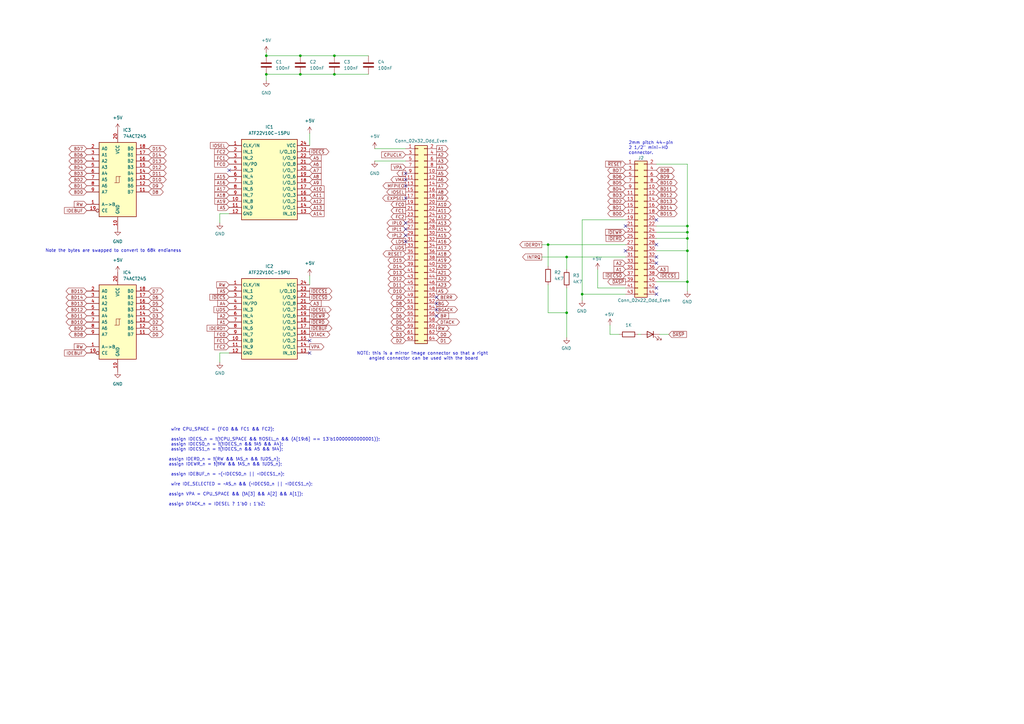
<source format=kicad_sch>
(kicad_sch (version 20231120) (generator "eeschema") (generator_version "8.0")
  (paper "A3")
  (title_block (title "Simple IDE") (date "2025-01-08") (company "Malcolm Harrow, MIT license, from work by Mark Murray"))
  (lib_symbols
    (symbol "74HC245_1" (pin_names (offset 1.016))
      (property "Reference" "U1" (at 2.1941 20.32 0))
      (property "Value" "74ACT245" (at 2.1941 17.78 0))
      (symbol "74HC245_1_1_0"
        (pin input line (at -12.7 -10.16 0) (length 5.08) (name "A->B") (number "1"))
        (pin power_in line (at 0 -20.32 90) (length 5.08) (name "GND") (number "10"))
        (pin tri_state line (at 12.7 -5.08 180) (length 5.08) (name "B7") (number "11"))
        (pin tri_state line (at 12.7 -2.54 180) (length 5.08) (name "B6") (number "12"))
        (pin tri_state line (at 12.7 0 180) (length 5.08) (name "B5") (number "13"))
        (pin tri_state line (at 12.7 2.54 180) (length 5.08) (name "B4") (number "14"))
        (pin tri_state line (at 12.7 5.08 180) (length 5.08) (name "B3") (number "15"))
        (pin tri_state line (at 12.7 7.62 180) (length 5.08) (name "B2") (number "16"))
        (pin tri_state line (at 12.7 10.16 180) (length 5.08) (name "B1") (number "17"))
        (pin tri_state line (at 12.7 12.7 180) (length 5.08) (name "B0") (number "18"))
        (pin input inverted (at -12.7 -12.7 0) (length 5.08) (name "CE") (number "19"))
        (pin tri_state line (at -12.7 12.7 0) (length 5.08) (name "A0") (number "2"))
        (pin power_in line (at 0 20.32 270) (length 5.08) (name "VCC") (number "20"))
        (pin tri_state line (at -12.7 10.16 0) (length 5.08) (name "A1") (number "3"))
        (pin tri_state line (at -12.7 7.62 0) (length 5.08) (name "A2") (number "4"))
        (pin tri_state line (at -12.7 5.08 0) (length 5.08) (name "A3") (number "5"))
        (pin tri_state line (at -12.7 2.54 0) (length 5.08) (name "A4") (number "6"))
        (pin tri_state line (at -12.7 0 0) (length 5.08) (name "A5") (number "7"))
        (pin tri_state line (at -12.7 -2.54 0) (length 5.08) (name "A6") (number "8"))
        (pin tri_state line (at -12.7 -5.08 0) (length 5.08) (name "A7") (number "9"))
      )
    )
    (symbol "74xx:74HC245" (pin_names (offset 1.016))
      (property "Reference" "U" (at -7.62 16.51 0))
      (property "Value" "74HC245" (at -7.62 -16.51 0))
      (symbol "74HC245_1_0"
        (pin input line (at -12.7 -10.16 0) (length 5.08) (name "A->B") (number "1"))
        (pin power_in line (at 0 -20.32 90) (length 5.08) (name "GND") (number "10"))
        (pin tri_state line (at 12.7 -5.08 180) (length 5.08) (name "B7") (number "11"))
        (pin tri_state line (at 12.7 -2.54 180) (length 5.08) (name "B6") (number "12"))
        (pin tri_state line (at 12.7 0 180) (length 5.08) (name "B5") (number "13"))
        (pin tri_state line (at 12.7 2.54 180) (length 5.08) (name "B4") (number "14"))
        (pin tri_state line (at 12.7 5.08 180) (length 5.08) (name "B3") (number "15"))
        (pin tri_state line (at 12.7 7.62 180) (length 5.08) (name "B2") (number "16"))
        (pin tri_state line (at 12.7 10.16 180) (length 5.08) (name "B1") (number "17"))
        (pin tri_state line (at 12.7 12.7 180) (length 5.08) (name "B0") (number "18"))
        (pin input inverted (at -12.7 -12.7 0) (length 5.08) (name "CE") (number "19"))
        (pin tri_state line (at -12.7 12.7 0) (length 5.08) (name "A0") (number "2"))
        (pin power_in line (at 0 20.32 270) (length 5.08) (name "VCC") (number "20"))
        (pin tri_state line (at -12.7 10.16 0) (length 5.08) (name "A1") (number "3"))
        (pin tri_state line (at -12.7 7.62 0) (length 5.08) (name "A2") (number "4"))
        (pin tri_state line (at -12.7 5.08 0) (length 5.08) (name "A3") (number "5"))
        (pin tri_state line (at -12.7 2.54 0) (length 5.08) (name "A4") (number "6"))
        (pin tri_state line (at -12.7 0 0) (length 5.08) (name "A5") (number "7"))
        (pin tri_state line (at -12.7 -2.54 0) (length 5.08) (name "A6") (number "8"))
        (pin tri_state line (at -12.7 -5.08 0) (length 5.08) (name "A7") (number "9"))
      )
    )
    (symbol "ATF22V10:ATF22V10C-15PU"
      (property "Reference" "IC" (at 29.21 7.62 0))
      (property "Value" "ATF22V10C-15PU" (at 29.21 5.08 0))
      (symbol "ATF22V10C-15PU_1_1"
        (pin passive line (at 0 0 0) (length 5.08) (name "CLK/IN") (number "1"))
        (pin passive line (at 0 -22.86 0) (length 5.08) (name "IN_8") (number "10"))
        (pin passive line (at 0 -25.4 0) (length 5.08) (name "IN_9") (number "11"))
        (pin passive line (at 0 -27.94 0) (length 5.08) (name "GND") (number "12"))
        (pin passive line (at 33.02 -27.94 180) (length 5.08) (name "IN_10") (number "13"))
        (pin passive line (at 33.02 -25.4 180) (length 5.08) (name "I/O_1") (number "14"))
        (pin passive line (at 33.02 -22.86 180) (length 5.08) (name "I/O_2") (number "15"))
        (pin passive line (at 33.02 -20.32 180) (length 5.08) (name "I/O_3") (number "16"))
        (pin passive line (at 33.02 -17.78 180) (length 5.08) (name "I/O_4") (number "17"))
        (pin passive line (at 33.02 -15.24 180) (length 5.08) (name "I/O_5") (number "18"))
        (pin passive line (at 33.02 -12.7 180) (length 5.08) (name "I/O_6") (number "19"))
        (pin passive line (at 0 -2.54 0) (length 5.08) (name "IN_1") (number "2"))
        (pin passive line (at 33.02 -10.16 180) (length 5.08) (name "I/O_7") (number "20"))
        (pin passive line (at 33.02 -7.62 180) (length 5.08) (name "I/O_8") (number "21"))
        (pin passive line (at 33.02 -5.08 180) (length 5.08) (name "I/O_9") (number "22"))
        (pin passive line (at 33.02 -2.54 180) (length 5.08) (name "I/O_10") (number "23"))
        (pin passive line (at 33.02 0 180) (length 5.08) (name "VCC") (number "24"))
        (pin passive line (at 0 -5.08 0) (length 5.08) (name "IN_2") (number "3"))
        (pin passive line (at 0 -7.62 0) (length 5.08) (name "IN/PD") (number "4"))
        (pin passive line (at 0 -10.16 0) (length 5.08) (name "IN_3") (number "5"))
        (pin passive line (at 0 -12.7 0) (length 5.08) (name "IN_4") (number "6"))
        (pin passive line (at 0 -15.24 0) (length 5.08) (name "IN_5") (number "7"))
        (pin passive line (at 0 -17.78 0) (length 5.08) (name "IN_6") (number "8"))
        (pin passive line (at 0 -20.32 0) (length 5.08) (name "IN_7") (number "9"))
      )
    )
    (symbol "Connector_Generic:Conn_02x22_Odd_Even" (pin_names (offset 1.016) hide)
      (property "Reference" "J" (at 1.27 27.94 0))
      (property "Value" "Conn_02x22_Odd_Even" (at 1.27 -30.48 0))
      (symbol "Conn_02x22_Odd_Even_1_1"
        (pin passive line (at -5.08 25.4 0) (length 3.81) (name "Pin_1") (number "1"))
        (pin passive line (at 7.62 15.24 180) (length 3.81) (name "Pin_10") (number "10"))
        (pin passive line (at -5.08 12.7 0) (length 3.81) (name "Pin_11") (number "11"))
        (pin passive line (at 7.62 12.7 180) (length 3.81) (name "Pin_12") (number "12"))
        (pin passive line (at -5.08 10.16 0) (length 3.81) (name "Pin_13") (number "13"))
        (pin passive line (at 7.62 10.16 180) (length 3.81) (name "Pin_14") (number "14"))
        (pin passive line (at -5.08 7.62 0) (length 3.81) (name "Pin_15") (number "15"))
        (pin passive line (at 7.62 7.62 180) (length 3.81) (name "Pin_16") (number "16"))
        (pin passive line (at -5.08 5.08 0) (length 3.81) (name "Pin_17") (number "17"))
        (pin passive line (at 7.62 5.08 180) (length 3.81) (name "Pin_18") (number "18"))
        (pin passive line (at -5.08 2.54 0) (length 3.81) (name "Pin_19") (number "19"))
        (pin passive line (at 7.62 25.4 180) (length 3.81) (name "Pin_2") (number "2"))
        (pin passive line (at 7.62 2.54 180) (length 3.81) (name "Pin_20") (number "20"))
        (pin passive line (at -5.08 0 0) (length 3.81) (name "Pin_21") (number "21"))
        (pin passive line (at 7.62 0 180) (length 3.81) (name "Pin_22") (number "22"))
        (pin passive line (at -5.08 -2.54 0) (length 3.81) (name "Pin_23") (number "23"))
        (pin passive line (at 7.62 -2.54 180) (length 3.81) (name "Pin_24") (number "24"))
        (pin passive line (at -5.08 -5.08 0) (length 3.81) (name "Pin_25") (number "25"))
        (pin passive line (at 7.62 -5.08 180) (length 3.81) (name "Pin_26") (number "26"))
        (pin passive line (at -5.08 -7.62 0) (length 3.81) (name "Pin_27") (number "27"))
        (pin passive line (at 7.62 -7.62 180) (length 3.81) (name "Pin_28") (number "28"))
        (pin passive line (at -5.08 -10.16 0) (length 3.81) (name "Pin_29") (number "29"))
        (pin passive line (at -5.08 22.86 0) (length 3.81) (name "Pin_3") (number "3"))
        (pin passive line (at 7.62 -10.16 180) (length 3.81) (name "Pin_30") (number "30"))
        (pin passive line (at -5.08 -12.7 0) (length 3.81) (name "Pin_31") (number "31"))
        (pin passive line (at 7.62 -12.7 180) (length 3.81) (name "Pin_32") (number "32"))
        (pin passive line (at -5.08 -15.24 0) (length 3.81) (name "Pin_33") (number "33"))
        (pin passive line (at 7.62 -15.24 180) (length 3.81) (name "Pin_34") (number "34"))
        (pin passive line (at -5.08 -17.78 0) (length 3.81) (name "Pin_35") (number "35"))
        (pin passive line (at 7.62 -17.78 180) (length 3.81) (name "Pin_36") (number "36"))
        (pin passive line (at -5.08 -20.32 0) (length 3.81) (name "Pin_37") (number "37"))
        (pin passive line (at 7.62 -20.32 180) (length 3.81) (name "Pin_38") (number "38"))
        (pin passive line (at -5.08 -22.86 0) (length 3.81) (name "Pin_39") (number "39"))
        (pin passive line (at 7.62 22.86 180) (length 3.81) (name "Pin_4") (number "4"))
        (pin passive line (at 7.62 -22.86 180) (length 3.81) (name "Pin_40") (number "40"))
        (pin passive line (at -5.08 -25.4 0) (length 3.81) (name "Pin_41") (number "41"))
        (pin passive line (at 7.62 -25.4 180) (length 3.81) (name "Pin_42") (number "42"))
        (pin passive line (at -5.08 -27.94 0) (length 3.81) (name "Pin_43") (number "43"))
        (pin passive line (at 7.62 -27.94 180) (length 3.81) (name "Pin_44") (number "44"))
        (pin passive line (at -5.08 20.32 0) (length 3.81) (name "Pin_5") (number "5"))
        (pin passive line (at 7.62 20.32 180) (length 3.81) (name "Pin_6") (number "6"))
        (pin passive line (at -5.08 17.78 0) (length 3.81) (name "Pin_7") (number "7"))
        (pin passive line (at 7.62 17.78 180) (length 3.81) (name "Pin_8") (number "8"))
        (pin passive line (at -5.08 15.24 0) (length 3.81) (name "Pin_9") (number "9"))
      )
    )
    (symbol "Connector_Generic:Conn_02x32_Odd_Even" (pin_names (offset 1.016) hide)
      (property "Reference" "J" (at 1.27 40.64 0))
      (property "Value" "Conn_02x32_Odd_Even" (at 1.27 -43.18 0))
      (symbol "Conn_02x32_Odd_Even_1_1"
        (pin passive line (at -5.08 38.1 0) (length 3.81) (name "Pin_1") (number "1"))
        (pin passive line (at 7.62 27.94 180) (length 3.81) (name "Pin_10") (number "10"))
        (pin passive line (at -5.08 25.4 0) (length 3.81) (name "Pin_11") (number "11"))
        (pin passive line (at 7.62 25.4 180) (length 3.81) (name "Pin_12") (number "12"))
        (pin passive line (at -5.08 22.86 0) (length 3.81) (name "Pin_13") (number "13"))
        (pin passive line (at 7.62 22.86 180) (length 3.81) (name "Pin_14") (number "14"))
        (pin passive line (at -5.08 20.32 0) (length 3.81) (name "Pin_15") (number "15"))
        (pin passive line (at 7.62 20.32 180) (length 3.81) (name "Pin_16") (number "16"))
        (pin passive line (at -5.08 17.78 0) (length 3.81) (name "Pin_17") (number "17"))
        (pin passive line (at 7.62 17.78 180) (length 3.81) (name "Pin_18") (number "18"))
        (pin passive line (at -5.08 15.24 0) (length 3.81) (name "Pin_19") (number "19"))
        (pin passive line (at 7.62 38.1 180) (length 3.81) (name "Pin_2") (number "2"))
        (pin passive line (at 7.62 15.24 180) (length 3.81) (name "Pin_20") (number "20"))
        (pin passive line (at -5.08 12.7 0) (length 3.81) (name "Pin_21") (number "21"))
        (pin passive line (at 7.62 12.7 180) (length 3.81) (name "Pin_22") (number "22"))
        (pin passive line (at -5.08 10.16 0) (length 3.81) (name "Pin_23") (number "23"))
        (pin passive line (at 7.62 10.16 180) (length 3.81) (name "Pin_24") (number "24"))
        (pin passive line (at -5.08 7.62 0) (length 3.81) (name "Pin_25") (number "25"))
        (pin passive line (at 7.62 7.62 180) (length 3.81) (name "Pin_26") (number "26"))
        (pin passive line (at -5.08 5.08 0) (length 3.81) (name "Pin_27") (number "27"))
        (pin passive line (at 7.62 5.08 180) (length 3.81) (name "Pin_28") (number "28"))
        (pin passive line (at -5.08 2.54 0) (length 3.81) (name "Pin_29") (number "29"))
        (pin passive line (at -5.08 35.56 0) (length 3.81) (name "Pin_3") (number "3"))
        (pin passive line (at 7.62 2.54 180) (length 3.81) (name "Pin_30") (number "30"))
        (pin passive line (at -5.08 0 0) (length 3.81) (name "Pin_31") (number "31"))
        (pin passive line (at 7.62 0 180) (length 3.81) (name "Pin_32") (number "32"))
        (pin passive line (at -5.08 -2.54 0) (length 3.81) (name "Pin_33") (number "33"))
        (pin passive line (at 7.62 -2.54 180) (length 3.81) (name "Pin_34") (number "34"))
        (pin passive line (at -5.08 -5.08 0) (length 3.81) (name "Pin_35") (number "35"))
        (pin passive line (at 7.62 -5.08 180) (length 3.81) (name "Pin_36") (number "36"))
        (pin passive line (at -5.08 -7.62 0) (length 3.81) (name "Pin_37") (number "37"))
        (pin passive line (at 7.62 -7.62 180) (length 3.81) (name "Pin_38") (number "38"))
        (pin passive line (at -5.08 -10.16 0) (length 3.81) (name "Pin_39") (number "39"))
        (pin passive line (at 7.62 35.56 180) (length 3.81) (name "Pin_4") (number "4"))
        (pin passive line (at 7.62 -10.16 180) (length 3.81) (name "Pin_40") (number "40"))
        (pin passive line (at -5.08 -12.7 0) (length 3.81) (name "Pin_41") (number "41"))
        (pin passive line (at 7.62 -12.7 180) (length 3.81) (name "Pin_42") (number "42"))
        (pin passive line (at -5.08 -15.24 0) (length 3.81) (name "Pin_43") (number "43"))
        (pin passive line (at 7.62 -15.24 180) (length 3.81) (name "Pin_44") (number "44"))
        (pin passive line (at -5.08 -17.78 0) (length 3.81) (name "Pin_45") (number "45"))
        (pin passive line (at 7.62 -17.78 180) (length 3.81) (name "Pin_46") (number "46"))
        (pin passive line (at -5.08 -20.32 0) (length 3.81) (name "Pin_47") (number "47"))
        (pin passive line (at 7.62 -20.32 180) (length 3.81) (name "Pin_48") (number "48"))
        (pin passive line (at -5.08 -22.86 0) (length 3.81) (name "Pin_49") (number "49"))
        (pin passive line (at -5.08 33.02 0) (length 3.81) (name "Pin_5") (number "5"))
        (pin passive line (at 7.62 -22.86 180) (length 3.81) (name "Pin_50") (number "50"))
        (pin passive line (at -5.08 -25.4 0) (length 3.81) (name "Pin_51") (number "51"))
        (pin passive line (at 7.62 -25.4 180) (length 3.81) (name "Pin_52") (number "52"))
        (pin passive line (at -5.08 -27.94 0) (length 3.81) (name "Pin_53") (number "53"))
        (pin passive line (at 7.62 -27.94 180) (length 3.81) (name "Pin_54") (number "54"))
        (pin passive line (at -5.08 -30.48 0) (length 3.81) (name "Pin_55") (number "55"))
        (pin passive line (at 7.62 -30.48 180) (length 3.81) (name "Pin_56") (number "56"))
        (pin passive line (at -5.08 -33.02 0) (length 3.81) (name "Pin_57") (number "57"))
        (pin passive line (at 7.62 -33.02 180) (length 3.81) (name "Pin_58") (number "58"))
        (pin passive line (at -5.08 -35.56 0) (length 3.81) (name "Pin_59") (number "59"))
        (pin passive line (at 7.62 33.02 180) (length 3.81) (name "Pin_6") (number "6"))
        (pin passive line (at 7.62 -35.56 180) (length 3.81) (name "Pin_60") (number "60"))
        (pin passive line (at -5.08 -38.1 0) (length 3.81) (name "Pin_61") (number "61"))
        (pin passive line (at 7.62 -38.1 180) (length 3.81) (name "Pin_62") (number "62"))
        (pin passive line (at -5.08 -40.64 0) (length 3.81) (name "Pin_63") (number "63"))
        (pin passive line (at 7.62 -40.64 180) (length 3.81) (name "Pin_64") (number "64"))
        (pin passive line (at -5.08 30.48 0) (length 3.81) (name "Pin_7") (number "7"))
        (pin passive line (at 7.62 30.48 180) (length 3.81) (name "Pin_8") (number "8"))
        (pin passive line (at -5.08 27.94 0) (length 3.81) (name "Pin_9") (number "9"))
      )
    )
    (symbol "Device:C" (pin_numbers hide) (pin_names (offset 0.254))
      (property "Reference" "C" (at 0.635 2.54 0))
      (property "Value" "C" (at 0.635 -2.54 0))
      (symbol "C_1_1"
        (pin passive line (at 0 3.81 270) (length 2.794) (name "~") (number "1"))
        (pin passive line (at 0 -3.81 90) (length 2.794) (name "~") (number "2"))
      )
    )
    (symbol "Device:LED" (pin_numbers hide) (pin_names (offset 1.016) hide)
      (property "Reference" "D" (at 0 2.54 0))
      (property "Value" "LED" (at 0 -2.54 0))
      (symbol "LED_1_1"
        (pin passive line (at -3.81 0 0) (length 2.54) (name "K") (number "1"))
        (pin passive line (at 3.81 0 180) (length 2.54) (name "A") (number "2"))
      )
    )
    (symbol "Device:R" (pin_numbers hide) (pin_names (offset 0))
      (property "Reference" "R" (at 2.032 0 90))
      (property "Value" "R" (at 0 0 90))
      (symbol "R_1_1"
        (pin passive line (at 0 3.81 270) (length 1.27) (name "~") (number "1"))
        (pin passive line (at 0 -3.81 90) (length 1.27) (name "~") (number "2"))
      )
    )
    (symbol "GND_4" (power) (pin_numbers hide) (pin_names (offset 0) hide)
      (property "Value" "GND" (at 0 -3.81 0))
      (symbol "GND_4_1_1"
        (pin power_in line (at 0 0 270) (length 0) (name "~") (number "1"))
      )
    )
    (symbol "ata-ide-rescue:+5V-power" (power) (pin_names (offset 0))
      (property "Value" "power_+5V" (at 0 3.556 0))
      (symbol "+5V-power_1_1"
        (pin power_in line (at 0 0 90) (length 0) hide (name "+5V") (number "1"))
      )
    )
    (symbol "ata-ide-rescue:GND-power" (power) (pin_names (offset 0))
      (property "Value" "power_GND" (at 0 -3.81 0))
      (symbol "GND-power_1_1"
        (pin power_in line (at 0 0 270) (length 0) hide (name "GND") (number "1"))
      )
    )
    (symbol "power:+5V" (power) (pin_numbers hide) (pin_names (offset 0) hide)
      (property "Value" "+5V" (at 0 3.556 0))
      (symbol "+5V_1_1"
        (pin power_in line (at 0 0 90) (length 0) (name "~") (number "1"))
      )
    )
    (symbol "power:GND" (power) (pin_numbers hide) (pin_names (offset 0) hide)
      (property "Value" "GND" (at 0 -3.81 0))
      (symbol "GND_1_1"
        (pin power_in line (at 0 0 270) (length 0) (name "~") (number "1"))
      )
    )
  )
  (junction (at 232.41 105.41))
  (junction (at 123.19 30.48))
  (junction (at 281.94 102.87))
  (junction (at 109.22 30.48))
  (junction (at 123.19 22.86))
  (junction (at 232.41 128.27))
  (junction (at 224.79 100.33))
  (junction (at 109.22 22.86))
  (junction (at 137.16 30.48))
  (junction (at 281.94 115.57))
  (junction (at 281.94 97.79))
  (junction (at 281.94 92.71))
  (junction (at 137.16 22.86))
  (junction (at 238.76 120.65))
  (junction (at 281.94 95.25))
  (no_connect (at 166.37 93.98))
  (no_connect (at 269.24 120.65))
  (no_connect (at 269.24 105.41))
  (no_connect (at 166.37 71.12))
  (no_connect (at 166.37 91.44))
  (no_connect (at 179.07 127))
  (no_connect (at 93.98 69.85))
  (no_connect (at 269.24 118.11))
  (no_connect (at 256.54 92.71))
  (no_connect (at 166.37 99.06))
  (no_connect (at 166.37 96.52))
  (no_connect (at 127 144.78))
  (no_connect (at 166.37 81.28))
  (no_connect (at 269.24 107.95))
  (no_connect (at 256.54 102.87))
  (no_connect (at 179.07 121.92))
  (no_connect (at 166.37 76.2))
  (no_connect (at 166.37 73.66))
  (no_connect (at 179.07 129.54))
  (no_connect (at 127 139.7))
  (no_connect (at 269.24 100.33))
  (no_connect (at 269.24 90.17))
  (no_connect (at 179.07 124.46))
  (wire (pts (xy 90.17 87.63) (xy 93.98 87.63)))
  (wire (pts (xy 262.89 137.16) (xy 261.62 137.16)))
  (wire (pts (xy 269.24 95.25) (xy 281.94 95.25)))
  (wire (pts (xy 90.17 144.78) (xy 93.98 144.78)))
  (wire (pts (xy 137.16 30.48) (xy 151.13 30.48)))
  (wire (pts (xy 281.94 97.79) (xy 281.94 102.87)))
  (wire (pts (xy 281.94 92.71) (xy 281.94 67.31)))
  (wire (pts (xy 238.76 120.65) (xy 238.76 123.19)))
  (wire (pts (xy 281.94 115.57) (xy 281.94 119.38)))
  (wire (pts (xy 269.24 97.79) (xy 281.94 97.79)))
  (wire (pts (xy 269.24 92.71) (xy 281.94 92.71)))
  (wire (pts (xy 109.22 21.59) (xy 109.22 22.86)))
  (wire (pts (xy 123.19 22.86) (xy 137.16 22.86)))
  (wire (pts (xy 256.54 120.65) (xy 238.76 120.65)))
  (wire (pts (xy 245.11 110.49) (xy 245.11 118.11)))
  (wire (pts (xy 281.94 95.25) (xy 281.94 92.71)))
  (wire (pts (xy 232.41 105.41) (xy 232.41 110.49)))
  (wire (pts (xy 269.24 102.87) (xy 281.94 102.87)))
  (wire (pts (xy 127 113.03) (xy 127 116.84)))
  (wire (pts (xy 137.16 22.86) (xy 151.13 22.86)))
  (wire (pts (xy 269.24 115.57) (xy 281.94 115.57)))
  (wire (pts (xy 224.79 128.27) (xy 232.41 128.27)))
  (wire (pts (xy 245.11 118.11) (xy 256.54 118.11)))
  (wire (pts (xy 109.22 22.86) (xy 123.19 22.86)))
  (wire (pts (xy 250.19 133.35) (xy 250.19 137.16)))
  (wire (pts (xy 90.17 144.78) (xy 90.17 148.59)))
  (wire (pts (xy 250.19 137.16) (xy 254 137.16)))
  (wire (pts (xy 232.41 128.27) (xy 232.41 138.43)))
  (wire (pts (xy 270.51 137.16) (xy 274.32 137.16)))
  (wire (pts (xy 281.94 67.31) (xy 269.24 67.31)))
  (wire (pts (xy 109.22 30.48) (xy 109.22 33.02)))
  (wire (pts (xy 281.94 115.57) (xy 281.94 102.87)))
  (wire (pts (xy 281.94 97.79) (xy 281.94 95.25)))
  (wire (pts (xy 232.41 105.41) (xy 256.54 105.41)))
  (wire (pts (xy 232.41 118.11) (xy 232.41 128.27)))
  (wire (pts (xy 256.54 90.17) (xy 238.76 90.17)))
  (wire (pts (xy 166.37 66.04) (xy 153.67 66.04)))
  (wire (pts (xy 224.79 100.33) (xy 256.54 100.33)))
  (wire (pts (xy 90.17 87.63) (xy 90.17 91.44)))
  (wire (pts (xy 166.37 60.96) (xy 153.67 60.96)))
  (wire (pts (xy 224.79 116.84) (xy 224.79 128.27)))
  (wire (pts (xy 224.79 100.33) (xy 224.79 109.22)))
  (wire (pts (xy 238.76 90.17) (xy 238.76 120.65)))
  (wire (pts (xy 222.25 100.33) (xy 224.79 100.33)))
  (wire (pts (xy 222.25 105.41) (xy 232.41 105.41)))
  (wire (pts (xy 127 54.61) (xy 127 59.69)))
  (wire (pts (xy 123.19 30.48) (xy 137.16 30.48)))
  (wire (pts (xy 109.22 30.48) (xy 123.19 30.48)))
  (text "2mm pitch 44-pin\n2 1/2\" mini-HD\nconnector." (at 257.81 63.5 0) (effects (font (size 1.27 1.27)) (justify left bottom)))
  (text "NOTE: this is a mirror image connector so that a right \nangled connector can be used with the board" (at 173.736 146.05 0) (effects (font (size 1.27 1.27))))
  (text " 	wire CPU_SPACE = (FC0 && FC1 && FC2);\n    \n	assign IDECS_n = !(!CPU_SPACE && !IOSEL_n && (A[19:6] == 13'b10000000000001));\n	assign IDECS0_n = !(!IDECS_n && !A5 && A4);\n	assign IDECS1_n = !(!IDECS_n && A5 && !A4);\n \n    assign IDERD_n = !(RW && !AS_n && !UDS_n);\n    assign IDEWR_n = !(!RW && !AS_n && !UDS_n);\n    \n	assign IDEBUF_n = ~(~IDECS0_n || ~IDECS1_n);\n\n	wire IDE_SELECTED = ~AS_n && (~IDECS0_n || ~IDECS1_n);\n\n    assign VPA = CPU_SPACE && (!A[3] && A[2] && A[1]);\n\n    assign DTACK_n = IDESEL ? 1'b0 : 1'bZ;  " (at 65.278 191.516 0) (effects (font (size 1.27 1.27)) (justify left)))
  (text "Note the bytes are swapped to convert to 68k endianess" (at 46.482 102.87 0) (effects (font (size 1.27 1.27))))
  (global_label "A5" (shape input) (at 127 64.77 0) (property "Intersheetrefs" "${INTERSHEET_REFS}" (effects (hide yes))))
  (global_label "D0" (shape bidirectional) (at 179.07 137.16 0) (property "Intersheetrefs" "${INTERSHEET_REFS}" (effects (hide yes))))
  (global_label "IDERDY" (shape input) (at 93.98 134.62 180) (property "Intersheetrefs" "${INTERSHEET_REFS}" (effects (hide yes))))
  (global_label "A8" (shape input) (at 127 72.39 0) (property "Intersheetrefs" "${INTERSHEET_REFS}" (effects (hide yes))))
  (global_label "~{IDECS}" (shape output) (at 127 62.23 0) (property "Intersheetrefs" "${INTERSHEET_REFS}" (effects (hide yes))))
  (global_label "A13" (shape input) (at 127 85.09 0) (property "Intersheetrefs" "${INTERSHEET_REFS}" (effects (hide yes))))
  (global_label "BD7" (shape bidirectional) (at 256.54 69.85 180) (property "Intersheetrefs" "${INTERSHEET_REFS}" (effects (hide yes))))
  (global_label "~{IDECS1}" (shape input) (at 269.24 113.03 0) (property "Intersheetrefs" "${INTERSHEET_REFS}" (effects (hide yes))))
  (global_label "D11" (shape bidirectional) (at 166.37 116.84 180) (property "Intersheetrefs" "${INTERSHEET_REFS}" (effects (hide yes))))
  (global_label "DTACK" (shape output) (at 127 137.16 0) (property "Intersheetrefs" "${INTERSHEET_REFS}" (effects (hide yes))))
  (global_label "D14" (shape bidirectional) (at 166.37 109.22 180) (property "Intersheetrefs" "${INTERSHEET_REFS}" (effects (hide yes))))
  (global_label "~{DASP}" (shape output) (at 256.54 115.57 180) (property "Intersheetrefs" "${INTERSHEET_REFS}" (effects (hide yes))))
  (global_label "~{IDEWR}" (shape output) (at 127 129.54 0) (property "Intersheetrefs" "${INTERSHEET_REFS}" (effects (hide yes))))
  (global_label "BGACK" (shape output) (at 179.07 127 0) (property "Intersheetrefs" "${INTERSHEET_REFS}" (effects (hide yes))))
  (global_label "A3" (shape input) (at 127 124.46 0) (property "Intersheetrefs" "${INTERSHEET_REFS}" (effects (hide yes))))
  (global_label "A10" (shape output) (at 179.07 83.82 0) (property "Intersheetrefs" "${INTERSHEET_REFS}" (effects (hide yes))))
  (global_label "A11" (shape input) (at 127 80.01 0) (property "Intersheetrefs" "${INTERSHEET_REFS}" (effects (hide yes))))
  (global_label "BD3" (shape bidirectional) (at 256.54 80.01 180) (property "Intersheetrefs" "${INTERSHEET_REFS}" (effects (hide yes))))
  (global_label "FC1" (shape output) (at 166.37 86.36 180) (property "Intersheetrefs" "${INTERSHEET_REFS}" (effects (hide yes))))
  (global_label "RW" (shape input) (at 35.56 83.82 180) (property "Intersheetrefs" "${INTERSHEET_REFS}" (effects (hide yes))))
  (global_label "RW" (shape input) (at 35.56 142.24 180) (property "Intersheetrefs" "${INTERSHEET_REFS}" (effects (hide yes))))
  (global_label "BD5" (shape bidirectional) (at 35.56 66.04 180) (property "Intersheetrefs" "${INTERSHEET_REFS}" (effects (hide yes))))
  (global_label "A5" (shape output) (at 179.07 71.12 0) (property "Intersheetrefs" "${INTERSHEET_REFS}" (effects (hide yes))))
  (global_label "BD0" (shape bidirectional) (at 256.54 87.63 180) (property "Intersheetrefs" "${INTERSHEET_REFS}" (effects (hide yes))))
  (global_label "D3" (shape bidirectional) (at 166.37 137.16 180) (property "Intersheetrefs" "${INTERSHEET_REFS}" (effects (hide yes))))
  (global_label "A15" (shape input) (at 93.98 72.39 180) (property "Intersheetrefs" "${INTERSHEET_REFS}" (effects (hide yes))))
  (global_label "IOSEL" (shape output) (at 166.37 78.74 180) (property "Intersheetrefs" "${INTERSHEET_REFS}" (effects (hide yes))))
  (global_label "A1" (shape input) (at 93.98 132.08 180) (property "Intersheetrefs" "${INTERSHEET_REFS}" (effects (hide yes))))
  (global_label "BD9" (shape bidirectional) (at 35.56 134.62 180) (property "Intersheetrefs" "${INTERSHEET_REFS}" (effects (hide yes))))
  (global_label "A4" (shape input) (at 93.98 124.46 180) (property "Intersheetrefs" "${INTERSHEET_REFS}" (effects (hide yes))))
  (global_label "A3" (shape input) (at 269.24 110.49 0) (property "Intersheetrefs" "${INTERSHEET_REFS}" (effects (hide yes))))
  (global_label "A8" (shape output) (at 179.07 78.74 0) (property "Intersheetrefs" "${INTERSHEET_REFS}" (effects (hide yes))))
  (global_label "IDEBUF" (shape input) (at 35.56 86.36 180) (property "Intersheetrefs" "${INTERSHEET_REFS}" (effects (hide yes))))
  (global_label "UDS" (shape input) (at 93.98 127 180) (property "Intersheetrefs" "${INTERSHEET_REFS}" (effects (hide yes))))
  (global_label "IPL0" (shape tri_state) (at 166.37 91.44 180) (property "Intersheetrefs" "${INTERSHEET_REFS}" (effects (hide yes))))
  (global_label "D0" (shape bidirectional) (at 60.96 137.16 0) (property "Intersheetrefs" "${INTERSHEET_REFS}" (effects (hide yes))))
  (global_label "D12" (shape bidirectional) (at 60.96 68.58 0) (property "Intersheetrefs" "${INTERSHEET_REFS}" (effects (hide yes))))
  (global_label "A9" (shape output) (at 179.07 81.28 0) (property "Intersheetrefs" "${INTERSHEET_REFS}" (effects (hide yes))))
  (global_label "FC1" (shape input) (at 93.98 64.77 180) (property "Intersheetrefs" "${INTERSHEET_REFS}" (effects (hide yes))))
  (global_label "D9" (shape bidirectional) (at 60.96 76.2 0) (property "Intersheetrefs" "${INTERSHEET_REFS}" (effects (hide yes))))
  (global_label "A16" (shape output) (at 179.07 99.06 0) (property "Intersheetrefs" "${INTERSHEET_REFS}" (effects (hide yes))))
  (global_label "BR" (shape input) (at 179.07 129.54 0) (property "Intersheetrefs" "${INTERSHEET_REFS}" (effects (hide yes))))
  (global_label "VPA" (shape output) (at 127 142.24 0) (property "Intersheetrefs" "${INTERSHEET_REFS}" (effects (hide yes))))
  (global_label "D6" (shape bidirectional) (at 166.37 129.54 180) (property "Intersheetrefs" "${INTERSHEET_REFS}" (effects (hide yes))))
  (global_label "VPA" (shape input) (at 166.37 68.58 180) (property "Intersheetrefs" "${INTERSHEET_REFS}" (effects (hide yes))))
  (global_label "~{IDERD}" (shape output) (at 127 132.08 0) (property "Intersheetrefs" "${INTERSHEET_REFS}" (effects (hide yes))))
  (global_label "A1" (shape input) (at 256.54 110.49 180) (property "Intersheetrefs" "${INTERSHEET_REFS}" (effects (hide yes))))
  (global_label "D2" (shape bidirectional) (at 60.96 132.08 0) (property "Intersheetrefs" "${INTERSHEET_REFS}" (effects (hide yes))))
  (global_label "BD10" (shape bidirectional) (at 269.24 74.93 0) (property "Intersheetrefs" "${INTERSHEET_REFS}" (effects (hide yes))))
  (global_label "D15" (shape bidirectional) (at 166.37 106.68 180) (property "Intersheetrefs" "${INTERSHEET_REFS}" (effects (hide yes))))
  (global_label "BD3" (shape bidirectional) (at 35.56 71.12 180) (property "Intersheetrefs" "${INTERSHEET_REFS}" (effects (hide yes))))
  (global_label "~{RESET}" (shape input) (at 256.54 67.31 180) (property "Intersheetrefs" "${INTERSHEET_REFS}" (effects (hide yes))))
  (global_label "~{IDECS0}" (shape input) (at 256.54 113.03 180) (property "Intersheetrefs" "${INTERSHEET_REFS}" (effects (hide yes))))
  (global_label "RESET" (shape bidirectional) (at 166.37 104.14 180) (property "Intersheetrefs" "${INTERSHEET_REFS}" (effects (hide yes))))
  (global_label "~{DASP}" (shape input) (at 274.32 137.16 0) (property "Intersheetrefs" "${INTERSHEET_REFS}" (effects (hide yes))))
  (global_label "IDEBUF" (shape input) (at 35.56 144.78 180) (property "Intersheetrefs" "${INTERSHEET_REFS}" (effects (hide yes))))
  (global_label "A20" (shape output) (at 179.07 109.22 0) (property "Intersheetrefs" "${INTERSHEET_REFS}" (effects (hide yes))))
  (global_label "D15" (shape bidirectional) (at 60.96 60.96 0) (property "Intersheetrefs" "${INTERSHEET_REFS}" (effects (hide yes))))
  (global_label "BG" (shape output) (at 179.07 124.46 0) (property "Intersheetrefs" "${INTERSHEET_REFS}" (effects (hide yes))))
  (global_label "D12" (shape bidirectional) (at 166.37 114.3 180) (property "Intersheetrefs" "${INTERSHEET_REFS}" (effects (hide yes))))
  (global_label "A19" (shape input) (at 93.98 82.55 180) (property "Intersheetrefs" "${INTERSHEET_REFS}" (effects (hide yes))))
  (global_label "~{IDEBUF}" (shape output) (at 127 134.62 0) (property "Intersheetrefs" "${INTERSHEET_REFS}" (effects (hide yes))))
  (global_label "D5" (shape bidirectional) (at 166.37 132.08 180) (property "Intersheetrefs" "${INTERSHEET_REFS}" (effects (hide yes))))
  (global_label "D11" (shape bidirectional) (at 60.96 71.12 0) (property "Intersheetrefs" "${INTERSHEET_REFS}" (effects (hide yes))))
  (global_label "BD6" (shape bidirectional) (at 35.56 63.5 180) (property "Intersheetrefs" "${INTERSHEET_REFS}" (effects (hide yes))))
  (global_label "EXPSEL" (shape output) (at 166.37 81.28 180) (property "Intersheetrefs" "${INTERSHEET_REFS}" (effects (hide yes))))
  (global_label "BD4" (shape bidirectional) (at 35.56 68.58 180) (property "Intersheetrefs" "${INTERSHEET_REFS}" (effects (hide yes))))
  (global_label "A19" (shape output) (at 179.07 106.68 0) (property "Intersheetrefs" "${INTERSHEET_REFS}" (effects (hide yes))))
  (global_label "A11" (shape output) (at 179.07 86.36 0) (property "Intersheetrefs" "${INTERSHEET_REFS}" (effects (hide yes))))
  (global_label "A10" (shape input) (at 127 77.47 0) (property "Intersheetrefs" "${INTERSHEET_REFS}" (effects (hide yes))))
  (global_label "BD11" (shape bidirectional) (at 269.24 77.47 0) (property "Intersheetrefs" "${INTERSHEET_REFS}" (effects (hide yes))))
  (global_label "BD11" (shape bidirectional) (at 35.56 129.54 180) (property "Intersheetrefs" "${INTERSHEET_REFS}" (effects (hide yes))))
  (global_label "LDS" (shape output) (at 166.37 99.06 180) (property "Intersheetrefs" "${INTERSHEET_REFS}" (effects (hide yes))))
  (global_label "BD12" (shape bidirectional) (at 35.56 127 180) (property "Intersheetrefs" "${INTERSHEET_REFS}" (effects (hide yes))))
  (global_label "A2" (shape input) (at 93.98 129.54 180) (property "Intersheetrefs" "${INTERSHEET_REFS}" (effects (hide yes))))
  (global_label "BD15" (shape bidirectional) (at 35.56 119.38 180) (property "Intersheetrefs" "${INTERSHEET_REFS}" (effects (hide yes))))
  (global_label "~{IDECS}" (shape input) (at 93.98 121.92 180) (property "Intersheetrefs" "${INTERSHEET_REFS}" (effects (hide yes))))
  (global_label "A9" (shape input) (at 127 74.93 0) (property "Intersheetrefs" "${INTERSHEET_REFS}" (effects (hide yes))))
  (global_label "FC2" (shape input) (at 93.98 62.23 180) (property "Intersheetrefs" "${INTERSHEET_REFS}" (effects (hide yes))))
  (global_label "A15" (shape output) (at 179.07 96.52 0) (property "Intersheetrefs" "${INTERSHEET_REFS}" (effects (hide yes))))
  (global_label "BD1" (shape bidirectional) (at 35.56 76.2 180) (property "Intersheetrefs" "${INTERSHEET_REFS}" (effects (hide yes))))
  (global_label "A6" (shape input) (at 127 67.31 0) (property "Intersheetrefs" "${INTERSHEET_REFS}" (effects (hide yes))))
  (global_label "AS" (shape input) (at 93.98 119.38 180) (property "Intersheetrefs" "${INTERSHEET_REFS}" (effects (hide yes))))
  (global_label "A3" (shape output) (at 179.07 66.04 0) (property "Intersheetrefs" "${INTERSHEET_REFS}" (effects (hide yes))))
  (global_label "UDS" (shape output) (at 166.37 101.6 180) (property "Intersheetrefs" "${INTERSHEET_REFS}" (effects (hide yes))))
  (global_label "A14" (shape output) (at 179.07 93.98 0) (property "Intersheetrefs" "${INTERSHEET_REFS}" (effects (hide yes))))
  (global_label "A16" (shape input) (at 93.98 74.93 180) (property "Intersheetrefs" "${INTERSHEET_REFS}" (effects (hide yes))))
  (global_label "RW" (shape input) (at 93.98 116.84 180) (property "Intersheetrefs" "${INTERSHEET_REFS}" (effects (hide yes))))
  (global_label "AS" (shape input) (at 93.98 85.09 180) (property "Intersheetrefs" "${INTERSHEET_REFS}" (effects (hide yes))))
  (global_label "INTRQ" (shape output) (at 222.25 105.41 180) (property "Intersheetrefs" "${INTERSHEET_REFS}" (effects (hide yes))))
  (global_label "BD2" (shape bidirectional) (at 35.56 73.66 180) (property "Intersheetrefs" "${INTERSHEET_REFS}" (effects (hide yes))))
  (global_label "BD14" (shape bidirectional) (at 269.24 85.09 0) (property "Intersheetrefs" "${INTERSHEET_REFS}" (effects (hide yes))))
  (global_label "D4" (shape bidirectional) (at 60.96 127 0) (property "Intersheetrefs" "${INTERSHEET_REFS}" (effects (hide yes))))
  (global_label "D1" (shape bidirectional) (at 60.96 134.62 0) (property "Intersheetrefs" "${INTERSHEET_REFS}" (effects (hide yes))))
  (global_label "D7" (shape bidirectional) (at 60.96 119.38 0) (property "Intersheetrefs" "${INTERSHEET_REFS}" (effects (hide yes))))
  (global_label "A12" (shape input) (at 127 82.55 0) (property "Intersheetrefs" "${INTERSHEET_REFS}" (effects (hide yes))))
  (global_label "D3" (shape bidirectional) (at 60.96 129.54 0) (property "Intersheetrefs" "${INTERSHEET_REFS}" (effects (hide yes))))
  (global_label "A12" (shape output) (at 179.07 88.9 0) (property "Intersheetrefs" "${INTERSHEET_REFS}" (effects (hide yes))))
  (global_label "FC1" (shape input) (at 93.98 139.7 180) (property "Intersheetrefs" "${INTERSHEET_REFS}" (effects (hide yes))))
  (global_label "~{IDERD}" (shape input) (at 256.54 97.79 180) (property "Intersheetrefs" "${INTERSHEET_REFS}" (effects (hide yes))))
  (global_label "CPUCLK" (shape input) (at 166.37 63.5 180) (property "Intersheetrefs" "${INTERSHEET_REFS}" (effects (hide yes))))
  (global_label "A4" (shape output) (at 179.07 68.58 0) (property "Intersheetrefs" "${INTERSHEET_REFS}" (effects (hide yes))))
  (global_label "BD10" (shape bidirectional) (at 35.56 132.08 180) (property "Intersheetrefs" "${INTERSHEET_REFS}" (effects (hide yes))))
  (global_label "D7" (shape bidirectional) (at 166.37 127 180) (property "Intersheetrefs" "${INTERSHEET_REFS}" (effects (hide yes))))
  (global_label "A22" (shape output) (at 179.07 114.3 0) (property "Intersheetrefs" "${INTERSHEET_REFS}" (effects (hide yes))))
  (global_label "FC2" (shape input) (at 93.98 142.24 180) (property "Intersheetrefs" "${INTERSHEET_REFS}" (effects (hide yes))))
  (global_label "A17" (shape output) (at 179.07 101.6 0) (property "Intersheetrefs" "${INTERSHEET_REFS}" (effects (hide yes))))
  (global_label "AS" (shape output) (at 179.07 119.38 0) (property "Intersheetrefs" "${INTERSHEET_REFS}" (effects (hide yes))))
  (global_label "D5" (shape bidirectional) (at 60.96 124.46 0) (property "Intersheetrefs" "${INTERSHEET_REFS}" (effects (hide yes))))
  (global_label "BD15" (shape bidirectional) (at 269.24 87.63 0) (property "Intersheetrefs" "${INTERSHEET_REFS}" (effects (hide yes))))
  (global_label "A6" (shape output) (at 179.07 73.66 0) (property "Intersheetrefs" "${INTERSHEET_REFS}" (effects (hide yes))))
  (global_label "BD8" (shape bidirectional) (at 269.24 69.85 0) (property "Intersheetrefs" "${INTERSHEET_REFS}" (effects (hide yes))))
  (global_label "FC0" (shape input) (at 93.98 67.31 180) (property "Intersheetrefs" "${INTERSHEET_REFS}" (effects (hide yes))))
  (global_label "VMA" (shape output) (at 166.37 73.66 180) (property "Intersheetrefs" "${INTERSHEET_REFS}" (effects (hide yes))))
  (global_label "D13" (shape bidirectional) (at 60.96 66.04 0) (property "Intersheetrefs" "${INTERSHEET_REFS}" (effects (hide yes))))
  (global_label "A18" (shape input) (at 93.98 80.01 180) (property "Intersheetrefs" "${INTERSHEET_REFS}" (effects (hide yes))))
  (global_label "A2" (shape input) (at 256.54 107.95 180) (property "Intersheetrefs" "${INTERSHEET_REFS}" (effects (hide yes))))
  (global_label "BD9" (shape bidirectional) (at 269.24 72.39 0) (property "Intersheetrefs" "${INTERSHEET_REFS}" (effects (hide yes))))
  (global_label "IOSEL" (shape input) (at 93.98 59.69 180) (property "Intersheetrefs" "${INTERSHEET_REFS}" (effects (hide yes))))
  (global_label "RW" (shape output) (at 179.07 134.62 0) (property "Intersheetrefs" "${INTERSHEET_REFS}" (effects (hide yes))))
  (global_label "~{IDECS1}" (shape output) (at 127 119.38 0) (property "Intersheetrefs" "${INTERSHEET_REFS}" (effects (hide yes))))
  (global_label "BD4" (shape bidirectional) (at 256.54 77.47 180) (property "Intersheetrefs" "${INTERSHEET_REFS}" (effects (hide yes))))
  (global_label "E" (shape output) (at 166.37 71.12 180) (property "Intersheetrefs" "${INTERSHEET_REFS}" (effects (hide yes))))
  (global_label "~{IDECS0}" (shape output) (at 127 121.92 0) (property "Intersheetrefs" "${INTERSHEET_REFS}" (effects (hide yes))))
  (global_label "BD13" (shape bidirectional) (at 35.56 124.46 180) (property "Intersheetrefs" "${INTERSHEET_REFS}" (effects (hide yes))))
  (global_label "D10" (shape bidirectional) (at 166.37 119.38 180) (property "Intersheetrefs" "${INTERSHEET_REFS}" (effects (hide yes))))
  (global_label "A2" (shape output) (at 179.07 63.5 0) (property "Intersheetrefs" "${INTERSHEET_REFS}" (effects (hide yes))))
  (global_label "DTACK" (shape bidirectional) (at 179.07 132.08 0) (property "Intersheetrefs" "${INTERSHEET_REFS}" (effects (hide yes))))
  (global_label "BD1" (shape bidirectional) (at 256.54 85.09 180) (property "Intersheetrefs" "${INTERSHEET_REFS}" (effects (hide yes))))
  (global_label "A14" (shape input) (at 127 87.63 0) (property "Intersheetrefs" "${INTERSHEET_REFS}" (effects (hide yes))))
  (global_label "A13" (shape output) (at 179.07 91.44 0) (property "Intersheetrefs" "${INTERSHEET_REFS}" (effects (hide yes))))
  (global_label "BD12" (shape bidirectional) (at 269.24 80.01 0) (property "Intersheetrefs" "${INTERSHEET_REFS}" (effects (hide yes))))
  (global_label "D14" (shape bidirectional) (at 60.96 63.5 0) (property "Intersheetrefs" "${INTERSHEET_REFS}" (effects (hide yes))))
  (global_label "BD5" (shape bidirectional) (at 256.54 74.93 180) (property "Intersheetrefs" "${INTERSHEET_REFS}" (effects (hide yes))))
  (global_label "BD7" (shape bidirectional) (at 35.56 60.96 180) (property "Intersheetrefs" "${INTERSHEET_REFS}" (effects (hide yes))))
  (global_label "D10" (shape bidirectional) (at 60.96 73.66 0) (property "Intersheetrefs" "${INTERSHEET_REFS}" (effects (hide yes))))
  (global_label "BD14" (shape bidirectional) (at 35.56 121.92 180) (property "Intersheetrefs" "${INTERSHEET_REFS}" (effects (hide yes))))
  (global_label "~{IDEWR}" (shape input) (at 256.54 95.25 180) (property "Intersheetrefs" "${INTERSHEET_REFS}" (effects (hide yes))))
  (global_label "A7" (shape output) (at 179.07 76.2 0) (property "Intersheetrefs" "${INTERSHEET_REFS}" (effects (hide yes))))
  (global_label "BD0" (shape bidirectional) (at 35.56 78.74 180) (property "Intersheetrefs" "${INTERSHEET_REFS}" (effects (hide yes))))
  (global_label "IDESEL" (shape output) (at 127 127 0) (property "Intersheetrefs" "${INTERSHEET_REFS}" (effects (hide yes))))
  (global_label "BD8" (shape bidirectional) (at 35.56 137.16 180) (property "Intersheetrefs" "${INTERSHEET_REFS}" (effects (hide yes))))
  (global_label "A17" (shape input) (at 93.98 77.47 180) (property "Intersheetrefs" "${INTERSHEET_REFS}" (effects (hide yes))))
  (global_label "A7" (shape input) (at 127 69.85 0) (property "Intersheetrefs" "${INTERSHEET_REFS}" (effects (hide yes))))
  (global_label "D2" (shape bidirectional) (at 166.37 139.7 180) (property "Intersheetrefs" "${INTERSHEET_REFS}" (effects (hide yes))))
  (global_label "MFPIEO" (shape output) (at 166.37 76.2 180) (property "Intersheetrefs" "${INTERSHEET_REFS}" (effects (hide yes))))
  (global_label "D4" (shape bidirectional) (at 166.37 134.62 180) (property "Intersheetrefs" "${INTERSHEET_REFS}" (effects (hide yes))))
  (global_label "A21" (shape output) (at 179.07 111.76 0) (property "Intersheetrefs" "${INTERSHEET_REFS}" (effects (hide yes))))
  (global_label "IPL2" (shape tri_state) (at 166.37 96.52 180) (property "Intersheetrefs" "${INTERSHEET_REFS}" (effects (hide yes))))
  (global_label "D9" (shape bidirectional) (at 166.37 121.92 180) (property "Intersheetrefs" "${INTERSHEET_REFS}" (effects (hide yes))))
  (global_label "BERR" (shape bidirectional) (at 179.07 121.92 0) (property "Intersheetrefs" "${INTERSHEET_REFS}" (effects (hide yes))))
  (global_label "D1" (shape bidirectional) (at 179.07 139.7 0) (property "Intersheetrefs" "${INTERSHEET_REFS}" (effects (hide yes))))
  (global_label "FC2" (shape output) (at 166.37 88.9 180) (property "Intersheetrefs" "${INTERSHEET_REFS}" (effects (hide yes))))
  (global_label "BD6" (shape bidirectional) (at 256.54 72.39 180) (property "Intersheetrefs" "${INTERSHEET_REFS}" (effects (hide yes))))
  (global_label "BD2" (shape bidirectional) (at 256.54 82.55 180) (property "Intersheetrefs" "${INTERSHEET_REFS}" (effects (hide yes))))
  (global_label "D6" (shape bidirectional) (at 60.96 121.92 0) (property "Intersheetrefs" "${INTERSHEET_REFS}" (effects (hide yes))))
  (global_label "FC0" (shape input) (at 93.98 137.16 180) (property "Intersheetrefs" "${INTERSHEET_REFS}" (effects (hide yes))))
  (global_label "D8" (shape bidirectional) (at 166.37 124.46 180) (property "Intersheetrefs" "${INTERSHEET_REFS}" (effects (hide yes))))
  (global_label "BD13" (shape bidirectional) (at 269.24 82.55 0) (property "Intersheetrefs" "${INTERSHEET_REFS}" (effects (hide yes))))
  (global_label "IDERDY" (shape output) (at 222.25 100.33 180) (property "Intersheetrefs" "${INTERSHEET_REFS}" (effects (hide yes))))
  (global_label "A1" (shape output) (at 179.07 60.96 0) (property "Intersheetrefs" "${INTERSHEET_REFS}" (effects (hide yes))))
  (global_label "D8" (shape bidirectional) (at 60.96 78.74 0) (property "Intersheetrefs" "${INTERSHEET_REFS}" (effects (hide yes))))
  (global_label "D13" (shape bidirectional) (at 166.37 111.76 180) (property "Intersheetrefs" "${INTERSHEET_REFS}" (effects (hide yes))))
  (global_label "A23" (shape output) (at 179.07 116.84 0) (property "Intersheetrefs" "${INTERSHEET_REFS}" (effects (hide yes))))
  (global_label "FC0" (shape output) (at 166.37 83.82 180) (property "Intersheetrefs" "${INTERSHEET_REFS}" (effects (hide yes))))
  (global_label "IPL1" (shape tri_state) (at 166.37 93.98 180) (property "Intersheetrefs" "${INTERSHEET_REFS}" (effects (hide yes))))
  (global_label "A18" (shape output) (at 179.07 104.14 0) (property "Intersheetrefs" "${INTERSHEET_REFS}" (effects (hide yes))))
  (symbol (lib_id "Device:R") (at 224.79 113.03 0) (unit 1)
    (property "Reference" "R2" (at 227.33 111.7599 0) (effects (justify left)))
    (property "Value" "4K7" (at 227.33 114.2999 0) (effects (justify left)))
    (property "Footprint" "Resistor_THT:R_Axial_DIN0207_L6.3mm_D2.5mm_P7.62mm_Horizontal" (effects (hide yes)))
    (property "Description" "Resistor" (effects (hide yes)))
  )
  (symbol (lib_id "power:+5V") (at 127 113.03 0) (mirror y) (unit 1)
    (property "Reference" "#PWR024" (effects (hide yes)))
    (property "Value" "+5V" (at 127 107.95 0))
    (property "Description" "Power symbol creates a global label with name \"+5V\"" (effects (hide yes)))
  )
  (symbol (lib_id "ATF22V10:ATF22V10C-15PU") (at 93.98 59.69 0) (unit 1)
    (property "Reference" "IC1" (at 110.49 52.07 0))
    (property "Value" "ATF22V10C-15PU" (at 110.49 54.61 0))
    (property "Footprint" "Package_DIP:DIP-24_W7.62mm_Socket_LongPads" (effects (hide yes)))
    (property "Datasheet" "http://ww1.microchip.com/downloads/en/DeviceDoc/doc0735.pdf" (effects (hide yes)))
    (property "Description" "Microchip ATF22V10C-15PU, SPLD Simple Programmable Logic Device" (effects (hide yes)))
    (property "Height" "5.334" (effects (hide yes)))
    (property "Mouser Part Number" "556-AF22V10C15PU" (effects (hide yes)))
    (property "Mouser Price/Stock" "https://www.mouser.co.uk/ProductDetail/Microchip-Technology/ATF22V10C-15PU?qs=2mdvTlUeTfCr46ZvfjTtAg%3D%3D" (effects (hide yes)))
    (property "Manufacturer_Name" "Microchip" (effects (hide yes)))
    (property "Manufacturer_Part_Number" "ATF22V10C-15PU" (effects (hide yes)))
  )
  (symbol (lib_id "Device:C") (at 123.19 26.67 0) (unit 1)
    (property "Reference" "C2" (at 127 25.3999 0) (effects (justify left)))
    (property "Value" "100nF" (at 127 27.9399 0) (effects (justify left)))
    (property "Footprint" "Capacitor_THT:C_Disc_D5.0mm_W2.5mm_P2.50mm" (effects (hide yes)))
    (property "Description" "Unpolarized capacitor" (effects (hide yes)))
    (property "JLC" "0805" (effects (hide yes)))
    (property "LCSC" "C49678" (effects (hide yes)))
  )
  (symbol (lib_id "ata-ide-rescue:+5V-power") (at 245.11 110.49 0) (mirror y) (unit 1)
    (property "Reference" "#PWR016" (effects (hide yes)))
    (property "Value" "+5V" (at 244.729 106.0958 0))
  )
  (symbol (lib_id "ata-ide-rescue:GND-power") (at 281.94 119.38 0) (mirror y) (unit 1)
    (property "Reference" "#PWR021" (effects (hide yes)))
    (property "Value" "GND" (at 281.813 123.7742 0))
  )
  (symbol (lib_id "power:GND") (at 90.17 148.59 0) (unit 1)
    (property "Reference" "#PWR014" (effects (hide yes)))
    (property "Value" "GND" (at 90.17 153.035 0))
  )
  (symbol (lib_id "power:+5V") (at 48.26 111.76 0) (unit 1)
    (property "Reference" "#PWR01" (effects (hide yes)))
    (property "Value" "+5V" (at 48.26 106.68 0))
    (property "Description" "Power symbol creates a global label with name \"+5V\"" (effects (hide yes)))
  )
  (symbol (lib_id "power:+5V") (at 48.26 53.34 0) (unit 1)
    (property "Reference" "#PWR03" (effects (hide yes)))
    (property "Value" "+5V" (at 48.26 48.26 0))
    (property "Description" "Power symbol creates a global label with name \"+5V\"" (effects (hide yes)))
  )
  (symbol (lib_id "ata-ide-rescue:GND-power") (at 232.41 138.43 0) (mirror y) (unit 1)
    (property "Reference" "#PWR05" (effects (hide yes)))
    (property "Value" "GND" (at 232.283 142.8242 0))
  )
  (symbol (lib_id "power:GND") (at 48.26 152.4 0) (unit 1)
    (property "Reference" "#PWR06" (effects (hide yes)))
    (property "Value" "GND" (at 48.26 157.48 0))
    (property "Description" "Power symbol creates a global label with name \"GND\" , ground" (effects (hide yes)))
  )
  (symbol (lib_id "power:+5V") (at 153.67 60.96 0) (mirror y) (unit 1)
    (property "Reference" "#PWR011" (effects (hide yes)))
    (property "Value" "+5V" (at 153.67 55.88 0))
    (property "Description" "Power symbol creates a global label with name \"+5V\"" (effects (hide yes)))
  )
  (symbol (lib_id "power:GND") (at 48.26 93.98 0) (unit 1)
    (property "Reference" "#PWR07" (effects (hide yes)))
    (property "Value" "GND" (at 48.26 99.06 0))
    (property "Description" "Power symbol creates a global label with name \"GND\" , ground" (effects (hide yes)))
  )
  (symbol (lib_id "Device:C") (at 137.16 26.67 0) (unit 1)
    (property "Reference" "C3" (at 140.97 25.3999 0) (effects (justify left)))
    (property "Value" "100nF" (at 140.97 27.9399 0) (effects (justify left)))
    (property "Footprint" "Capacitor_THT:C_Disc_D5.0mm_W2.5mm_P2.50mm" (effects (hide yes)))
    (property "Description" "Unpolarized capacitor" (effects (hide yes)))
    (property "JLC" "0805" (effects (hide yes)))
    (property "LCSC" "C49678" (effects (hide yes)))
  )
  (symbol (lib_id "ata-ide-rescue:+5V-power") (at 250.19 133.35 0) (mirror y) (unit 1)
    (property "Reference" "#PWR02" (effects (hide yes)))
    (property "Value" "+5V" (at 249.809 128.9558 0))
  )
  (symbol (lib_id "Device:R") (at 232.41 114.3 0) (unit 1)
    (property "Reference" "R3" (at 234.95 113.0299 0) (effects (justify left)))
    (property "Value" "4K7" (at 234.95 115.5699 0) (effects (justify left)))
    (property "Footprint" "Resistor_THT:R_Axial_DIN0207_L6.3mm_D2.5mm_P7.62mm_Horizontal" (effects (hide yes)))
    (property "Description" "Resistor" (effects (hide yes)))
  )
  (symbol (lib_id "power:+5V") (at 109.22 21.59 0) (unit 1)
    (property "Reference" "#PWR09" (effects (hide yes)))
    (property "Value" "+5V" (at 109.22 16.51 0))
    (property "Description" "Power symbol creates a global label with name \"+5V\"" (effects (hide yes)))
  )
  (symbol (lib_id "power:GND") (at 90.17 91.44 0) (unit 1)
    (property "Reference" "#PWR013" (effects (hide yes)))
    (property "Value" "GND" (at 90.17 95.885 0))
  )
  (symbol (lib_id "74xx:74HC245") (at 48.26 132.08 0) (unit 1)
    (property "Reference" "IC4" (at 50.4541 111.76 0) (effects (justify left)))
    (property "Value" "74ACT245" (at 50.4541 114.3 0) (effects (justify left)))
    (property "Footprint" "Package_DIP:DIP-20_W7.62mm_LongPads" (effects (hide yes)))
    (property "Datasheet" "http://www.ti.com/lit/gpn/sn74ACT245" (effects (hide yes)))
    (property "Description" "Octal BUS Transceivers, 3-State outputs" (effects (hide yes)))
  )
  (symbol (lib_id "Device:LED") (at 266.7 137.16 0) (mirror y) (unit 1)
    (property "Reference" "D2" (effects (hide yes)))
    (property "Value" "LED" (effects (hide yes)))
    (property "Footprint" "LED_THT:LED_D5.0mm" (effects (hide yes)))
    (property "Description" "Light emitting diode" (effects (hide yes)))
  )
  (symbol (lib_id "ATF22V10:ATF22V10C-15PU") (at 93.98 116.84 0) (unit 1)
    (property "Reference" "IC2" (at 110.49 109.22 0))
    (property "Value" "ATF22V10C-15PU" (at 110.49 111.76 0))
    (property "Footprint" "Package_DIP:DIP-24_W7.62mm_Socket_LongPads" (effects (hide yes)))
    (property "Datasheet" "http://ww1.microchip.com/downloads/en/DeviceDoc/doc0735.pdf" (effects (hide yes)))
    (property "Description" "Microchip ATF22V10C-15PU, SPLD Simple Programmable Logic Device" (effects (hide yes)))
    (property "Height" "5.334" (effects (hide yes)))
    (property "Mouser Part Number" "556-AF22V10C15PU" (effects (hide yes)))
    (property "Mouser Price/Stock" "https://www.mouser.co.uk/ProductDetail/Microchip-Technology/ATF22V10C-15PU?qs=2mdvTlUeTfCr46ZvfjTtAg%3D%3D" (effects (hide yes)))
    (property "Manufacturer_Name" "Microchip" (effects (hide yes)))
    (property "Manufacturer_Part_Number" "ATF22V10C-15PU" (effects (hide yes)))
  )
  (symbol (lib_id "Device:C") (at 109.22 26.67 0) (unit 1)
    (property "Reference" "C1" (at 113.03 25.3999 0) (effects (justify left)))
    (property "Value" "100nF" (at 113.03 27.9399 0) (effects (justify left)))
    (property "Footprint" "Capacitor_THT:C_Disc_D5.0mm_W2.5mm_P2.50mm" (effects (hide yes)))
    (property "Description" "Unpolarized capacitor" (effects (hide yes)))
    (property "JLC" "0805" (effects (hide yes)))
    (property "LCSC" "C49678" (effects (hide yes)))
  )
  (symbol (lib_id "Connector_Generic:Conn_02x22_Odd_Even") (at 261.62 92.71 0) (unit 1)
    (property "Reference" "J2" (at 262.89 64.77 0))
    (property "Value" "Conn_02x22_Odd_Even" (at 264.16 123.19 0))
    (property "Footprint" "Connector_PinSocket_2.00mm:PinSocket_2x22_P2.00mm_Vertical" (effects (hide yes)))
    (property "Datasheet" "http://www.farnell.com/datasheets/2701933.pdf" (effects (hide yes)))
    (property "Vendor" "uk.farnell.com 1756945" (effects (hide yes)))
  )
  (symbol (lib_name "GND_4") (lib_id "power:GND") (at 153.67 66.04 0) (mirror y) (unit 1)
    (property "Reference" "#PWR012" (effects (hide yes)))
    (property "Value" "GND" (at 153.67 71.12 0))
    (property "Description" "Power symbol creates a global label with name \"GND\" , ground" (effects (hide yes)))
  )
  (symbol (lib_id "Device:C") (at 151.13 26.67 0) (unit 1)
    (property "Reference" "C4" (at 154.94 25.3999 0) (effects (justify left)))
    (property "Value" "100nF" (at 154.94 27.9399 0) (effects (justify left)))
    (property "Footprint" "Capacitor_THT:C_Disc_D5.0mm_W2.5mm_P2.50mm" (effects (hide yes)))
    (property "Description" "Unpolarized capacitor" (effects (hide yes)))
    (property "JLC" "0805" (effects (hide yes)))
    (property "LCSC" "C49678" (effects (hide yes)))
  )
  (symbol (lib_id "Device:R") (at 257.81 137.16 90) (unit 1)
    (property "Reference" "R1" (effects (hide yes)))
    (property "Value" "1K" (at 257.81 133.35 90))
    (property "Footprint" "Resistor_THT:R_Axial_DIN0207_L6.3mm_D2.5mm_P7.62mm_Horizontal" (effects (hide yes)))
    (property "Description" "Resistor" (effects (hide yes)))
    (property "JLC" "805" (effects (hide yes)))
    (property "LCSC" "C17513" (effects (hide yes)))
  )
  (symbol (lib_name "74HC245_1") (lib_id "74xx:74HC245") (at 48.26 73.66 0) (unit 1)
    (property "Reference" "IC3" (at 50.4541 53.34 0) (effects (justify left)))
    (property "Value" "74ACT245" (at 50.4541 55.88 0) (effects (justify left)))
    (property "Footprint" "Package_DIP:DIP-20_W7.62mm_LongPads" (effects (hide yes)))
    (property "Datasheet" "http://www.ti.com/lit/gpn/sn74HC245" (effects (hide yes)))
    (property "Description" "Octal BUS Transceivers, 3-State outputs" (effects (hide yes)))
  )
  (symbol (lib_id "ata-ide-rescue:GND-power") (at 238.76 123.19 0) (mirror y) (unit 1)
    (property "Reference" "#PWR04" (effects (hide yes)))
    (property "Value" "GND" (at 238.633 127.5842 0))
  )
  (symbol (lib_id "power:GND") (at 109.22 33.02 0) (unit 1)
    (property "Reference" "#PWR010" (effects (hide yes)))
    (property "Value" "GND" (at 109.22 38.1 0))
    (property "Description" "Power symbol creates a global label with name \"GND\" , ground" (effects (hide yes)))
  )
  (symbol (lib_id "power:+5V") (at 127 54.61 0) (mirror y) (unit 1)
    (property "Reference" "#PWR015" (effects (hide yes)))
    (property "Value" "+5V" (at 127 49.53 0))
    (property "Description" "Power symbol creates a global label with name \"+5V\"" (effects (hide yes)))
  )
  (symbol (lib_id "Connector_Generic:Conn_02x32_Odd_Even") (at 171.45 99.06 0) (unit 1)
    (property "Reference" "BUS1" (effects (hide yes)))
    (property "Value" "Conn_02x32_Odd_Even" (at 172.72 57.7596 0))
    (property "Footprint" "Connector_PinHeader_2.54mm:PinHeader_2x32_P2.54mm_Vertical" (effects (hide yes)))
  )
)
</source>
